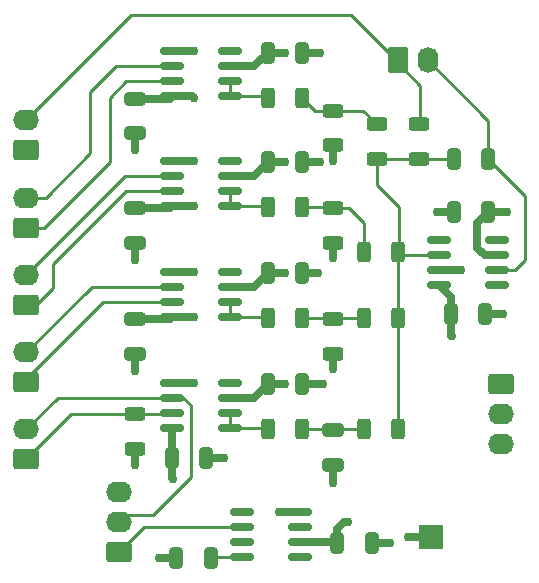
<source format=gtl>
%TF.GenerationSoftware,KiCad,Pcbnew,(6.0.1-0)*%
%TF.CreationDate,2022-05-20T12:10:40-04:00*%
%TF.ProjectId,Summing Circuit V5,53756d6d-696e-4672-9043-697263756974,003*%
%TF.SameCoordinates,Original*%
%TF.FileFunction,Copper,L1,Top*%
%TF.FilePolarity,Positive*%
%FSLAX46Y46*%
G04 Gerber Fmt 4.6, Leading zero omitted, Abs format (unit mm)*
G04 Created by KiCad (PCBNEW (6.0.1-0)) date 2022-05-20 12:10:40*
%MOMM*%
%LPD*%
G01*
G04 APERTURE LIST*
G04 Aperture macros list*
%AMRoundRect*
0 Rectangle with rounded corners*
0 $1 Rounding radius*
0 $2 $3 $4 $5 $6 $7 $8 $9 X,Y pos of 4 corners*
0 Add a 4 corners polygon primitive as box body*
4,1,4,$2,$3,$4,$5,$6,$7,$8,$9,$2,$3,0*
0 Add four circle primitives for the rounded corners*
1,1,$1+$1,$2,$3*
1,1,$1+$1,$4,$5*
1,1,$1+$1,$6,$7*
1,1,$1+$1,$8,$9*
0 Add four rect primitives between the rounded corners*
20,1,$1+$1,$2,$3,$4,$5,0*
20,1,$1+$1,$4,$5,$6,$7,0*
20,1,$1+$1,$6,$7,$8,$9,0*
20,1,$1+$1,$8,$9,$2,$3,0*%
G04 Aperture macros list end*
%TA.AperFunction,SMDPad,CuDef*%
%ADD10RoundRect,0.250000X0.325000X0.650000X-0.325000X0.650000X-0.325000X-0.650000X0.325000X-0.650000X0*%
%TD*%
%TA.AperFunction,SMDPad,CuDef*%
%ADD11RoundRect,0.250000X-0.650000X0.325000X-0.650000X-0.325000X0.650000X-0.325000X0.650000X0.325000X0*%
%TD*%
%TA.AperFunction,SMDPad,CuDef*%
%ADD12RoundRect,0.250000X-0.312500X-0.625000X0.312500X-0.625000X0.312500X0.625000X-0.312500X0.625000X0*%
%TD*%
%TA.AperFunction,SMDPad,CuDef*%
%ADD13RoundRect,0.250000X-0.625000X0.312500X-0.625000X-0.312500X0.625000X-0.312500X0.625000X0.312500X0*%
%TD*%
%TA.AperFunction,SMDPad,CuDef*%
%ADD14RoundRect,0.250000X0.312500X0.625000X-0.312500X0.625000X-0.312500X-0.625000X0.312500X-0.625000X0*%
%TD*%
%TA.AperFunction,SMDPad,CuDef*%
%ADD15RoundRect,0.150000X-0.825000X-0.150000X0.825000X-0.150000X0.825000X0.150000X-0.825000X0.150000X0*%
%TD*%
%TA.AperFunction,ComponentPad*%
%ADD16RoundRect,0.250000X0.845000X-0.620000X0.845000X0.620000X-0.845000X0.620000X-0.845000X-0.620000X0*%
%TD*%
%TA.AperFunction,ComponentPad*%
%ADD17O,2.190000X1.740000*%
%TD*%
%TA.AperFunction,SMDPad,CuDef*%
%ADD18RoundRect,0.250000X0.625000X-0.312500X0.625000X0.312500X-0.625000X0.312500X-0.625000X-0.312500X0*%
%TD*%
%TA.AperFunction,ComponentPad*%
%ADD19RoundRect,0.250000X-0.845000X0.620000X-0.845000X-0.620000X0.845000X-0.620000X0.845000X0.620000X0*%
%TD*%
%TA.AperFunction,SMDPad,CuDef*%
%ADD20RoundRect,0.250000X0.650000X-0.325000X0.650000X0.325000X-0.650000X0.325000X-0.650000X-0.325000X0*%
%TD*%
%TA.AperFunction,SMDPad,CuDef*%
%ADD21R,2.000000X2.000000*%
%TD*%
%TA.AperFunction,SMDPad,CuDef*%
%ADD22RoundRect,0.250000X-0.325000X-0.650000X0.325000X-0.650000X0.325000X0.650000X-0.325000X0.650000X0*%
%TD*%
%TA.AperFunction,SMDPad,CuDef*%
%ADD23RoundRect,0.150000X0.825000X0.150000X-0.825000X0.150000X-0.825000X-0.150000X0.825000X-0.150000X0*%
%TD*%
%TA.AperFunction,ComponentPad*%
%ADD24RoundRect,0.250000X-0.620000X-0.845000X0.620000X-0.845000X0.620000X0.845000X-0.620000X0.845000X0*%
%TD*%
%TA.AperFunction,ComponentPad*%
%ADD25O,1.740000X2.190000*%
%TD*%
%TA.AperFunction,ViaPad*%
%ADD26C,0.762000*%
%TD*%
%TA.AperFunction,Conductor*%
%ADD27C,0.250000*%
%TD*%
%TA.AperFunction,Conductor*%
%ADD28C,0.635000*%
%TD*%
%TA.AperFunction,Conductor*%
%ADD29C,0.254000*%
%TD*%
G04 APERTURE END LIST*
D10*
%TO.P,C10,1*%
%TO.N,/To OPA549*%
X121109000Y-57531000D03*
%TO.P,C10,2*%
%TO.N,Net-(C10-Pad2)*%
X118159000Y-57531000D03*
%TD*%
%TO.P,C5,1*%
%TO.N,GND*%
X105361000Y-67183000D03*
%TO.P,C5,2*%
%TO.N,+15V*%
X102411000Y-67183000D03*
%TD*%
D11*
%TO.P,C9,1*%
%TO.N,Net-(C9-Pad1)*%
X107950000Y-80440000D03*
%TO.P,C9,2*%
%TO.N,GND*%
X107950000Y-83390000D03*
%TD*%
D10*
%TO.P,C8,1*%
%TO.N,GND*%
X97233000Y-82804000D03*
%TO.P,C8,2*%
%TO.N,-15V*%
X94283000Y-82804000D03*
%TD*%
D12*
%TO.P,R3,1*%
%TO.N,Net-(R3-Pad1)*%
X102423500Y-61595000D03*
%TO.P,R3,2*%
%TO.N,Net-(R3-Pad2)*%
X105348500Y-61595000D03*
%TD*%
D13*
%TO.P,W1,1*%
%TO.N,/GND_Coarse*%
X91186000Y-79121000D03*
%TO.P,W1,2*%
%TO.N,GND*%
X91186000Y-82046000D03*
%TD*%
D14*
%TO.P,R7,1*%
%TO.N,Net-(C10-Pad2)*%
X113476500Y-70993000D03*
%TO.P,R7,2*%
%TO.N,Net-(R2-Pad2)*%
X110551500Y-70993000D03*
%TD*%
D15*
%TO.P,U5,1,VOS*%
%TO.N,unconnected-(U5-Pad1)*%
X116905000Y-64389000D03*
%TO.P,U5,2,-*%
%TO.N,Net-(C10-Pad2)*%
X116905000Y-65659000D03*
%TO.P,U5,3,+*%
%TO.N,GND*%
X116905000Y-66929000D03*
%TO.P,U5,4,V-*%
%TO.N,-15V*%
X116905000Y-68199000D03*
%TO.P,U5,5,NC*%
%TO.N,unconnected-(U5-Pad5)*%
X121855000Y-68199000D03*
%TO.P,U5,6*%
%TO.N,/To OPA549*%
X121855000Y-66929000D03*
%TO.P,U5,7,V+*%
%TO.N,+15V*%
X121855000Y-65659000D03*
%TO.P,U5,8,VOS*%
%TO.N,unconnected-(U5-Pad8)*%
X121855000Y-64389000D03*
%TD*%
D16*
%TO.P,J7,1,Pin_1*%
%TO.N,/GND_AC Correction*%
X81935000Y-69850000D03*
D17*
%TO.P,J7,2,Pin_2*%
%TO.N,/SIG_AC Correction*%
X81935000Y-67310000D03*
%TD*%
D16*
%TO.P,J4,1,Pin_1*%
%TO.N,/Vin_RV*%
X89789000Y-90805000D03*
D17*
%TO.P,J4,2,Pin_2*%
%TO.N,/SIG_Coarse*%
X89789000Y-88265000D03*
%TO.P,J4,3,Pin_3*%
%TO.N,GND*%
X89789000Y-85725000D03*
%TD*%
D10*
%TO.P,C12,1*%
%TO.N,GND*%
X120855000Y-70612000D03*
%TO.P,C12,2*%
%TO.N,-15V*%
X117905000Y-70612000D03*
%TD*%
D18*
%TO.P,R9,1*%
%TO.N,Net-(C10-Pad2)*%
X115252500Y-57469500D03*
%TO.P,R9,2*%
%TO.N,/From Coil*%
X115252500Y-54544500D03*
%TD*%
D10*
%TO.P,C1,1*%
%TO.N,Net-(C1-Pad1)*%
X97614000Y-91313000D03*
%TO.P,C1,2*%
%TO.N,GND*%
X94664000Y-91313000D03*
%TD*%
D16*
%TO.P,J8,1,Pin_1*%
%TO.N,/GND_DC Correction*%
X81935000Y-63309500D03*
D17*
%TO.P,J8,2,Pin_2*%
%TO.N,/SIG_DC Correction*%
X81935000Y-60769500D03*
%TD*%
D18*
%TO.P,R12,1*%
%TO.N,Net-(C10-Pad2)*%
X111633000Y-57469500D03*
%TO.P,R12,2*%
%TO.N,Net-(R10-Pad2)*%
X111633000Y-54544500D03*
%TD*%
D13*
%TO.P,R11,1*%
%TO.N,Net-(R10-Pad2)*%
X107950000Y-53401500D03*
%TO.P,R11,2*%
%TO.N,GND*%
X107950000Y-56326500D03*
%TD*%
D15*
%TO.P,U6,1,REF*%
%TO.N,GND*%
X94299000Y-48387000D03*
%TO.P,U6,2,-*%
%TO.N,/SIG_DC Correction*%
X94299000Y-49657000D03*
%TO.P,U6,3,+*%
%TO.N,/GND_DC Correction*%
X94299000Y-50927000D03*
%TO.P,U6,4,V-*%
%TO.N,-15V*%
X94299000Y-52197000D03*
%TO.P,U6,5,SENSE*%
%TO.N,Net-(R10-Pad1)*%
X99249000Y-52197000D03*
%TO.P,U6,6*%
X99249000Y-50927000D03*
%TO.P,U6,7,V+*%
%TO.N,+15V*%
X99249000Y-49657000D03*
%TO.P,U6,8,NC*%
%TO.N,unconnected-(U6-Pad8)*%
X99249000Y-48387000D03*
%TD*%
D19*
%TO.P,J2,1,Pin_1*%
%TO.N,+15V*%
X122154000Y-76581000D03*
D17*
%TO.P,J2,2,Pin_2*%
%TO.N,GND*%
X122154000Y-79121000D03*
%TO.P,J2,3,Pin_3*%
%TO.N,-15V*%
X122154000Y-81661000D03*
%TD*%
D20*
%TO.P,C4,1*%
%TO.N,GND*%
X91186000Y-64594000D03*
%TO.P,C4,2*%
%TO.N,-15V*%
X91186000Y-61644000D03*
%TD*%
D21*
%TO.P,J5,1,Pin_1*%
%TO.N,GND*%
X116205000Y-89535000D03*
%TD*%
D22*
%TO.P,C2,1*%
%TO.N,+15V*%
X108318000Y-90043000D03*
%TO.P,C2,2*%
%TO.N,GND*%
X111268000Y-90043000D03*
%TD*%
D10*
%TO.P,C13,1*%
%TO.N,GND*%
X105361000Y-48514000D03*
%TO.P,C13,2*%
%TO.N,+15V*%
X102411000Y-48514000D03*
%TD*%
D20*
%TO.P,C6,1*%
%TO.N,GND*%
X91186000Y-73992000D03*
%TO.P,C6,2*%
%TO.N,-15V*%
X91186000Y-71042000D03*
%TD*%
D15*
%TO.P,U4,1,REF*%
%TO.N,GND*%
X94299000Y-57658000D03*
%TO.P,U4,2,-*%
%TO.N,/SIG_AC Correction*%
X94299000Y-58928000D03*
%TO.P,U4,3,+*%
%TO.N,/GND_AC Correction*%
X94299000Y-60198000D03*
%TO.P,U4,4,V-*%
%TO.N,-15V*%
X94299000Y-61468000D03*
%TO.P,U4,5,SENSE*%
%TO.N,Net-(R3-Pad1)*%
X99249000Y-61468000D03*
%TO.P,U4,6*%
X99249000Y-60198000D03*
%TO.P,U4,7,V+*%
%TO.N,+15V*%
X99249000Y-58928000D03*
%TO.P,U4,8,NC*%
%TO.N,unconnected-(U4-Pad8)*%
X99249000Y-57658000D03*
%TD*%
D23*
%TO.P,U1,1,NC*%
%TO.N,unconnected-(U1-Pad1)*%
X105156000Y-91186000D03*
%TO.P,U1,2,V+*%
%TO.N,+15V*%
X105156000Y-89916000D03*
%TO.P,U1,3,NC*%
%TO.N,unconnected-(U1-Pad3)*%
X105156000Y-88646000D03*
%TO.P,U1,4,GND*%
%TO.N,GND*%
X105156000Y-87376000D03*
%TO.P,U1,5,TRIM*%
%TO.N,unconnected-(U1-Pad5)*%
X100206000Y-87376000D03*
%TO.P,U1,6,VOUT*%
%TO.N,/Vin_RV*%
X100206000Y-88646000D03*
%TO.P,U1,7,NC*%
%TO.N,unconnected-(U1-Pad7)*%
X100206000Y-89916000D03*
%TO.P,U1,8,NR*%
%TO.N,Net-(C1-Pad1)*%
X100206000Y-91186000D03*
%TD*%
D12*
%TO.P,R2,1*%
%TO.N,Net-(R2-Pad1)*%
X102423500Y-70993000D03*
%TO.P,R2,2*%
%TO.N,Net-(R2-Pad2)*%
X105348500Y-70993000D03*
%TD*%
%TO.P,R10,1*%
%TO.N,Net-(R10-Pad1)*%
X102423500Y-52324000D03*
%TO.P,R10,2*%
%TO.N,Net-(R10-Pad2)*%
X105348500Y-52324000D03*
%TD*%
D14*
%TO.P,R6,1*%
%TO.N,Net-(C10-Pad2)*%
X113476500Y-80391000D03*
%TO.P,R6,2*%
%TO.N,Net-(C9-Pad1)*%
X110551500Y-80391000D03*
%TD*%
D16*
%TO.P,J1,1,Pin_1*%
%TO.N,/GND_Coarse*%
X81955000Y-82931000D03*
D17*
%TO.P,J1,2,Pin_2*%
%TO.N,/SIG_Coarse*%
X81955000Y-80391000D03*
%TD*%
D10*
%TO.P,C7,1*%
%TO.N,GND*%
X105361000Y-76581000D03*
%TO.P,C7,2*%
%TO.N,+15V*%
X102411000Y-76581000D03*
%TD*%
D13*
%TO.P,R5,1*%
%TO.N,Net-(R3-Pad2)*%
X107950000Y-61656500D03*
%TO.P,R5,2*%
%TO.N,GND*%
X107950000Y-64581500D03*
%TD*%
%TO.P,R4,1*%
%TO.N,Net-(R2-Pad2)*%
X107950000Y-71054500D03*
%TO.P,R4,2*%
%TO.N,GND*%
X107950000Y-73979500D03*
%TD*%
D15*
%TO.P,U3,1,REF*%
%TO.N,GND*%
X94299000Y-67056000D03*
%TO.P,U3,2,-*%
%TO.N,/SIG_Fine Tuning*%
X94299000Y-68326000D03*
%TO.P,U3,3,+*%
%TO.N,/GND_Fine Tuning*%
X94299000Y-69596000D03*
%TO.P,U3,4,V-*%
%TO.N,-15V*%
X94299000Y-70866000D03*
%TO.P,U3,5,SENSE*%
%TO.N,Net-(R2-Pad1)*%
X99249000Y-70866000D03*
%TO.P,U3,6*%
X99249000Y-69596000D03*
%TO.P,U3,7,V+*%
%TO.N,+15V*%
X99249000Y-68326000D03*
%TO.P,U3,8,NC*%
%TO.N,unconnected-(U3-Pad8)*%
X99249000Y-67056000D03*
%TD*%
D12*
%TO.P,R1,1*%
%TO.N,Net-(R1-Pad1)*%
X102423500Y-80391000D03*
%TO.P,R1,2*%
%TO.N,Net-(C9-Pad1)*%
X105348500Y-80391000D03*
%TD*%
D10*
%TO.P,C3,1*%
%TO.N,GND*%
X105361000Y-57785000D03*
%TO.P,C3,2*%
%TO.N,+15V*%
X102411000Y-57785000D03*
%TD*%
D24*
%TO.P,J3,1,Pin_1*%
%TO.N,/From Coil*%
X113411000Y-49149000D03*
D25*
%TO.P,J3,2,Pin_2*%
%TO.N,/To OPA549*%
X115951000Y-49149000D03*
%TD*%
D20*
%TO.P,C14,1*%
%TO.N,GND*%
X91186000Y-55323000D03*
%TO.P,C14,2*%
%TO.N,-15V*%
X91186000Y-52373000D03*
%TD*%
D16*
%TO.P,J9,1,Pin_1*%
%TO.N,GND*%
X81935000Y-56769000D03*
D17*
%TO.P,J9,2,Pin_2*%
%TO.N,/From Coil*%
X81935000Y-54229000D03*
%TD*%
D22*
%TO.P,C11,1*%
%TO.N,GND*%
X118159000Y-61976000D03*
%TO.P,C11,2*%
%TO.N,+15V*%
X121109000Y-61976000D03*
%TD*%
D15*
%TO.P,U2,1,REF*%
%TO.N,GND*%
X94299000Y-76454000D03*
%TO.P,U2,2,-*%
%TO.N,/SIG_Coarse*%
X94299000Y-77724000D03*
%TO.P,U2,3,+*%
%TO.N,/GND_Coarse*%
X94299000Y-78994000D03*
%TO.P,U2,4,V-*%
%TO.N,-15V*%
X94299000Y-80264000D03*
%TO.P,U2,5,SENSE*%
%TO.N,Net-(R1-Pad1)*%
X99249000Y-80264000D03*
%TO.P,U2,6*%
X99249000Y-78994000D03*
%TO.P,U2,7,V+*%
%TO.N,+15V*%
X99249000Y-77724000D03*
%TO.P,U2,8,NC*%
%TO.N,unconnected-(U2-Pad8)*%
X99249000Y-76454000D03*
%TD*%
D14*
%TO.P,R8,1*%
%TO.N,Net-(C10-Pad2)*%
X113476500Y-65405000D03*
%TO.P,R8,2*%
%TO.N,Net-(R3-Pad2)*%
X110551500Y-65405000D03*
%TD*%
D16*
%TO.P,J6,1,Pin_1*%
%TO.N,/GND_Fine Tuning*%
X81935000Y-76390500D03*
D17*
%TO.P,J6,2,Pin_2*%
%TO.N,/SIG_Fine Tuning*%
X81935000Y-73850500D03*
%TD*%
D26*
%TO.N,GND*%
X107950000Y-84963000D03*
X96139000Y-76454000D03*
X96139000Y-57658000D03*
X98679000Y-82804000D03*
X114300000Y-89535000D03*
X118745000Y-66929000D03*
X116713000Y-61976000D03*
X122301000Y-70612000D03*
X106807000Y-48514000D03*
X107950000Y-57658000D03*
X93218000Y-91313000D03*
X107950000Y-75311000D03*
X96139000Y-48387000D03*
X106807000Y-57785000D03*
X91186000Y-56769000D03*
X91186000Y-83439000D03*
X107950000Y-65913000D03*
X107061000Y-76581000D03*
X103378000Y-87376000D03*
X96139000Y-67056000D03*
X91186000Y-66040000D03*
X91186000Y-75438000D03*
X112776000Y-90043000D03*
X106680000Y-67183000D03*
%TO.N,-15V*%
X96139000Y-61468000D03*
X96139000Y-70866000D03*
X117983000Y-72517000D03*
X96139000Y-52324000D03*
X94361000Y-84582000D03*
%TO.N,+15V*%
X103886000Y-48514000D03*
X109220000Y-88265000D03*
X103886000Y-76581000D03*
X122682000Y-61976000D03*
X103886000Y-67183000D03*
X103886000Y-57785000D03*
%TD*%
D27*
%TO.N,Net-(C1-Pad1)*%
X97614000Y-91313000D02*
X97741000Y-91186000D01*
X97741000Y-91186000D02*
X100206000Y-91186000D01*
D28*
%TO.N,+15V*%
X108318000Y-90043000D02*
X108191000Y-89916000D01*
X108191000Y-89916000D02*
X105156000Y-89916000D01*
X109220000Y-88265000D02*
X108839000Y-88265000D01*
X108839000Y-88265000D02*
X108318000Y-88786000D01*
X108318000Y-88786000D02*
X108318000Y-90043000D01*
D29*
%TO.N,/To OPA549*%
X121855000Y-66929000D02*
X123317000Y-66929000D01*
X124206000Y-60628000D02*
X121109000Y-57531000D01*
X123317000Y-66929000D02*
X124206000Y-66040000D01*
X124206000Y-66040000D02*
X124206000Y-60628000D01*
X121109000Y-57531000D02*
X121109000Y-54307000D01*
X121109000Y-54307000D02*
X115951000Y-49149000D01*
D27*
%TO.N,Net-(C10-Pad2)*%
X118097500Y-57469500D02*
X118159000Y-57531000D01*
X115252500Y-57469500D02*
X118097500Y-57469500D01*
D28*
%TO.N,+15V*%
X121109000Y-61976000D02*
X122682000Y-61976000D01*
X121109000Y-61976000D02*
X120142000Y-62943000D01*
X120142000Y-62943000D02*
X120142000Y-65024000D01*
X120142000Y-65024000D02*
X120777000Y-65659000D01*
X120777000Y-65659000D02*
X121855000Y-65659000D01*
X103886000Y-76581000D02*
X102411000Y-76581000D01*
%TO.N,-15V*%
X96012000Y-52197000D02*
X96139000Y-52324000D01*
X94299000Y-52197000D02*
X96012000Y-52197000D01*
%TO.N,+15V*%
X103886000Y-67183000D02*
X102411000Y-67183000D01*
X103886000Y-57785000D02*
X102411000Y-57785000D01*
X103886000Y-48514000D02*
X102411000Y-48514000D01*
D27*
%TO.N,/GND_Coarse*%
X81955000Y-82891000D02*
X85725000Y-79121000D01*
X85725000Y-79121000D02*
X91186000Y-79121000D01*
X91186000Y-79121000D02*
X94172000Y-79121000D01*
D28*
%TO.N,GND*%
X91186000Y-55323000D02*
X91186000Y-56769000D01*
X118159000Y-61976000D02*
X116713000Y-61976000D01*
X105156000Y-87376000D02*
X103378000Y-87376000D01*
X94299000Y-76454000D02*
X96139000Y-76454000D01*
X116905000Y-66929000D02*
X118745000Y-66929000D01*
X107950000Y-83390000D02*
X107950000Y-84963000D01*
X107950000Y-64581500D02*
X107950000Y-65913000D01*
X106934000Y-76581000D02*
X107061000Y-76581000D01*
X91186000Y-64594000D02*
X91186000Y-66040000D01*
X116205000Y-89535000D02*
X114300000Y-89535000D01*
X94299000Y-57658000D02*
X96139000Y-57658000D01*
X120855000Y-70612000D02*
X122301000Y-70612000D01*
X94664000Y-91313000D02*
X93218000Y-91313000D01*
X94299000Y-48387000D02*
X96139000Y-48387000D01*
X107950000Y-56326500D02*
X107950000Y-57658000D01*
X94299000Y-67056000D02*
X96139000Y-67056000D01*
X91186000Y-73992000D02*
X91186000Y-75438000D01*
X111268000Y-90043000D02*
X112776000Y-90043000D01*
X105361000Y-76581000D02*
X106934000Y-76581000D01*
X91186000Y-82046000D02*
X91186000Y-83439000D01*
X97233000Y-82804000D02*
X98679000Y-82804000D01*
X105361000Y-48514000D02*
X106807000Y-48514000D01*
X105361000Y-57785000D02*
X106807000Y-57785000D01*
X105361000Y-67183000D02*
X106680000Y-67183000D01*
X107950000Y-73979500D02*
X107950000Y-75311000D01*
D27*
%TO.N,Net-(R10-Pad2)*%
X106426000Y-53401500D02*
X105348500Y-52324000D01*
X110490000Y-53401500D02*
X111633000Y-54544500D01*
X107950000Y-53401500D02*
X106426000Y-53401500D01*
X107950000Y-53401500D02*
X110490000Y-53401500D01*
%TO.N,/From Coil*%
X113411000Y-49403000D02*
X115316000Y-51308000D01*
X81935000Y-54229000D02*
X90825000Y-45339000D01*
X115316000Y-51308000D02*
X115316000Y-54481000D01*
X109474000Y-45339000D02*
X113284000Y-49149000D01*
X90825000Y-45339000D02*
X109474000Y-45339000D01*
%TO.N,Net-(R10-Pad1)*%
X99249000Y-52197000D02*
X102296500Y-52197000D01*
X99249000Y-50927000D02*
X99249000Y-52197000D01*
%TO.N,/SIG_DC Correction*%
X81935000Y-60769500D02*
X83629500Y-60769500D01*
X83629500Y-60769500D02*
X87376000Y-57023000D01*
X87376000Y-57023000D02*
X87376000Y-51816000D01*
X87376000Y-51816000D02*
X89535000Y-49657000D01*
X89535000Y-49657000D02*
X94299000Y-49657000D01*
%TO.N,/GND_DC Correction*%
X90424000Y-50927000D02*
X94299000Y-50927000D01*
X81935000Y-63309500D02*
X83502500Y-63309500D01*
X89027000Y-52324000D02*
X90424000Y-50927000D01*
X89027000Y-57785000D02*
X89027000Y-52324000D01*
X83502500Y-63309500D02*
X89027000Y-57785000D01*
%TO.N,/GND_AC Correction*%
X84201000Y-66421000D02*
X90424000Y-60198000D01*
X90424000Y-60198000D02*
X94299000Y-60198000D01*
X82804000Y-69850000D02*
X84201000Y-68453000D01*
X84201000Y-68453000D02*
X84201000Y-66421000D01*
D29*
%TO.N,Net-(R1-Pad1)*%
X99249000Y-78994000D02*
X99249000Y-80264000D01*
X99249000Y-80264000D02*
X102296500Y-80264000D01*
D27*
%TO.N,/SIG_AC Correction*%
X81935000Y-67310000D02*
X90317000Y-58928000D01*
X90317000Y-58928000D02*
X94299000Y-58928000D01*
D28*
%TO.N,-15V*%
X117905000Y-72439000D02*
X117905000Y-70612000D01*
X94123000Y-52373000D02*
X94299000Y-52197000D01*
X117983000Y-72517000D02*
X117905000Y-72439000D01*
X117905000Y-69199000D02*
X117905000Y-70612000D01*
X116905000Y-68199000D02*
X117905000Y-69199000D01*
X94123000Y-61644000D02*
X94299000Y-61468000D01*
X94299000Y-70866000D02*
X96139000Y-70866000D01*
X94283000Y-82804000D02*
X94283000Y-84504000D01*
X94299000Y-61468000D02*
X96139000Y-61468000D01*
X91186000Y-52373000D02*
X94123000Y-52373000D01*
X91186000Y-71042000D02*
X94123000Y-71042000D01*
X94123000Y-71042000D02*
X94299000Y-70866000D01*
X94283000Y-82804000D02*
X94283000Y-80280000D01*
X91186000Y-61644000D02*
X94123000Y-61644000D01*
X94283000Y-84504000D02*
X94361000Y-84582000D01*
%TO.N,+15V*%
X101268000Y-49657000D02*
X99249000Y-49657000D01*
X99249000Y-68326000D02*
X101268000Y-68326000D01*
X101268000Y-58928000D02*
X102411000Y-57785000D01*
X99249000Y-77724000D02*
X101268000Y-77724000D01*
X99249000Y-58928000D02*
X101268000Y-58928000D01*
X102411000Y-48514000D02*
X101268000Y-49657000D01*
X101268000Y-77724000D02*
X102411000Y-76581000D01*
X101268000Y-68326000D02*
X102411000Y-67183000D01*
D27*
%TO.N,/SIG_Fine Tuning*%
X87503000Y-68326000D02*
X94299000Y-68326000D01*
X81978500Y-73850500D02*
X87503000Y-68326000D01*
%TO.N,/GND_Fine Tuning*%
X88497250Y-69596000D02*
X94299000Y-69596000D01*
X81935000Y-76158250D02*
X88497250Y-69596000D01*
%TO.N,/SIG_Coarse*%
X95885000Y-78359000D02*
X95250000Y-77724000D01*
X95250000Y-77724000D02*
X94299000Y-77724000D01*
X81955000Y-80391000D02*
X84622000Y-77724000D01*
X90424000Y-87630000D02*
X92710000Y-87630000D01*
X84622000Y-77724000D02*
X94299000Y-77724000D01*
X92710000Y-87630000D02*
X95885000Y-84455000D01*
X95885000Y-84455000D02*
X95885000Y-78359000D01*
X89789000Y-88265000D02*
X90424000Y-87630000D01*
%TO.N,/Vin_RV*%
X100206000Y-88646000D02*
X91948000Y-88646000D01*
X91948000Y-88646000D02*
X89789000Y-90805000D01*
D29*
%TO.N,Net-(R3-Pad2)*%
X105348500Y-61595000D02*
X107888500Y-61595000D01*
X110551500Y-62926500D02*
X110551500Y-65405000D01*
X109281500Y-61656500D02*
X110551500Y-62926500D01*
X107950000Y-61656500D02*
X109281500Y-61656500D01*
%TO.N,Net-(R3-Pad1)*%
X99249000Y-60198000D02*
X99249000Y-61468000D01*
X99249000Y-61468000D02*
X102296500Y-61468000D01*
%TO.N,Net-(R2-Pad2)*%
X110551500Y-70993000D02*
X108011500Y-70993000D01*
X105348500Y-70993000D02*
X107888500Y-70993000D01*
%TO.N,Net-(R2-Pad1)*%
X99249000Y-70866000D02*
X102296500Y-70866000D01*
X99249000Y-69596000D02*
X99249000Y-70866000D01*
%TO.N,Net-(C9-Pad1)*%
X110551500Y-80391000D02*
X107999000Y-80391000D01*
X105348500Y-80391000D02*
X107901000Y-80391000D01*
%TO.N,Net-(C10-Pad2)*%
X113349500Y-65659000D02*
X116905000Y-65659000D01*
X113476500Y-80391000D02*
X113476500Y-70993000D01*
D27*
X111633000Y-59690000D02*
X113538000Y-61595000D01*
X111633000Y-57469500D02*
X115252500Y-57469500D01*
X113538000Y-61595000D02*
X113538000Y-65343500D01*
X111633000Y-57469500D02*
X111633000Y-59690000D01*
D29*
X113476500Y-65405000D02*
X113476500Y-70993000D01*
%TD*%
M02*

</source>
